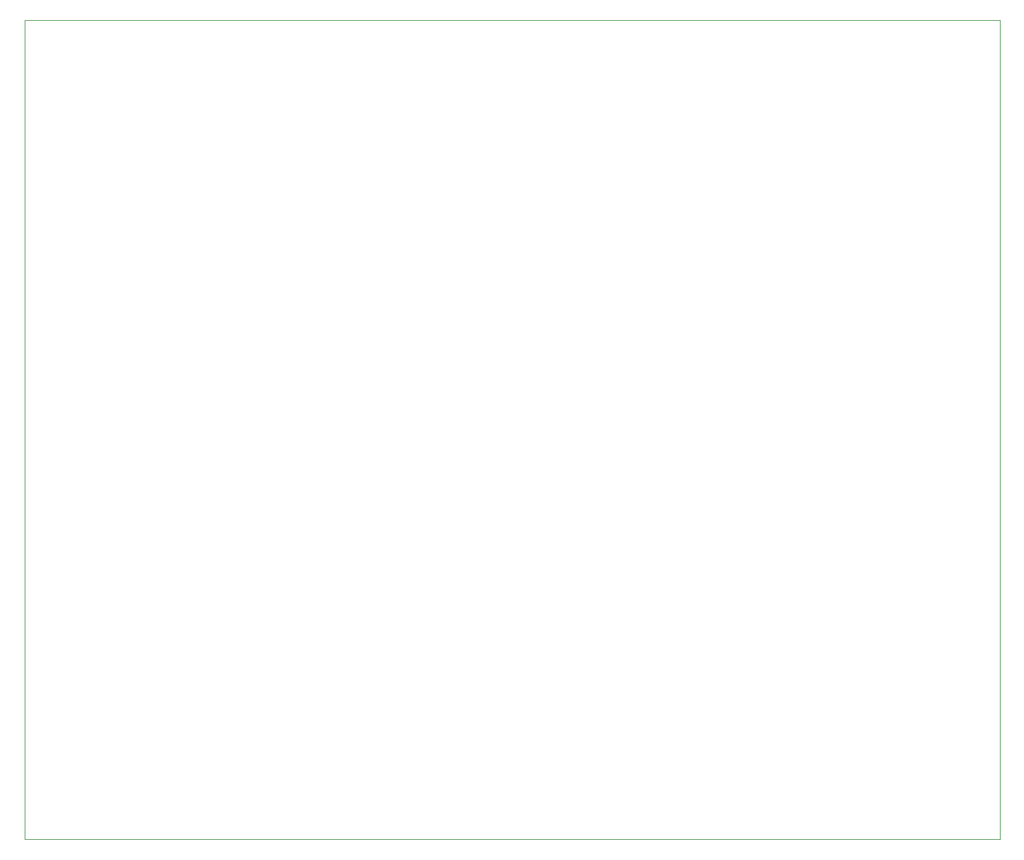
<source format=gbr>
%TF.GenerationSoftware,Altium Limited,Altium Designer,19.0.10 (269)*%
G04 Layer_Color=0*
%FSLAX26Y26*%
%MOIN*%
%TF.FileFunction,Profile,NP*%
%TF.Part,Single*%
G01*
G75*
%TA.AperFunction,Profile*%
%ADD58C,0.001000*%
D58*
X5000000D01*
Y4200000D01*
X0D01*
Y0D01*
%TF.MD5,a625cdfb3ff1f26d9872704427600605*%
M02*

</source>
